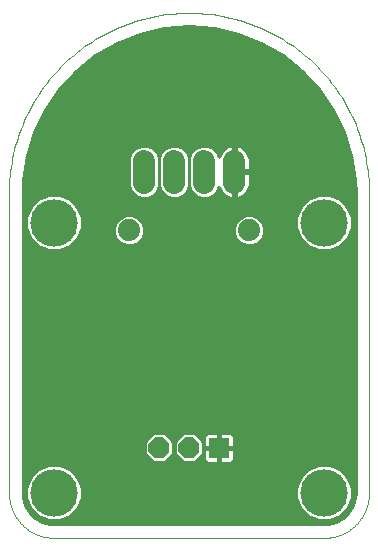
<source format=gbl>
G75*
%MOIN*%
%OFA0B0*%
%FSLAX25Y25*%
%IPPOS*%
%LPD*%
%AMOC8*
5,1,8,0,0,1.08239X$1,22.5*
%
%ADD10C,0.07400*%
%ADD11C,0.07400*%
%ADD12C,0.15811*%
%ADD13C,0.00000*%
%ADD14OC8,0.07000*%
%ADD15R,0.07000X0.07000*%
%ADD16C,0.01000*%
D10*
X0046500Y0122300D02*
X0046500Y0129700D01*
X0056500Y0129700D02*
X0056500Y0122300D01*
X0066500Y0122300D02*
X0066500Y0129700D01*
X0076500Y0129700D02*
X0076500Y0122300D01*
D11*
X0081500Y0106500D03*
X0041500Y0106500D03*
D12*
X0016500Y0109000D03*
X0016500Y0019000D03*
X0106500Y0019000D03*
X0106500Y0109000D03*
D13*
X0121500Y0119000D02*
X0121500Y0019000D01*
X0121496Y0018638D01*
X0121482Y0018275D01*
X0121461Y0017913D01*
X0121430Y0017552D01*
X0121391Y0017192D01*
X0121343Y0016833D01*
X0121286Y0016475D01*
X0121221Y0016118D01*
X0121147Y0015763D01*
X0121064Y0015410D01*
X0120973Y0015059D01*
X0120874Y0014711D01*
X0120766Y0014365D01*
X0120650Y0014021D01*
X0120525Y0013681D01*
X0120393Y0013344D01*
X0120252Y0013010D01*
X0120103Y0012679D01*
X0119946Y0012352D01*
X0119782Y0012029D01*
X0119610Y0011710D01*
X0119430Y0011396D01*
X0119242Y0011085D01*
X0119047Y0010780D01*
X0118845Y0010479D01*
X0118635Y0010183D01*
X0118419Y0009893D01*
X0118195Y0009607D01*
X0117965Y0009327D01*
X0117728Y0009053D01*
X0117484Y0008785D01*
X0117234Y0008522D01*
X0116978Y0008266D01*
X0116715Y0008016D01*
X0116447Y0007772D01*
X0116173Y0007535D01*
X0115893Y0007305D01*
X0115607Y0007081D01*
X0115317Y0006865D01*
X0115021Y0006655D01*
X0114720Y0006453D01*
X0114415Y0006258D01*
X0114104Y0006070D01*
X0113790Y0005890D01*
X0113471Y0005718D01*
X0113148Y0005554D01*
X0112821Y0005397D01*
X0112490Y0005248D01*
X0112156Y0005107D01*
X0111819Y0004975D01*
X0111479Y0004850D01*
X0111135Y0004734D01*
X0110789Y0004626D01*
X0110441Y0004527D01*
X0110090Y0004436D01*
X0109737Y0004353D01*
X0109382Y0004279D01*
X0109025Y0004214D01*
X0108667Y0004157D01*
X0108308Y0004109D01*
X0107948Y0004070D01*
X0107587Y0004039D01*
X0107225Y0004018D01*
X0106862Y0004004D01*
X0106500Y0004000D01*
X0016500Y0004000D01*
X0016138Y0004004D01*
X0015775Y0004018D01*
X0015413Y0004039D01*
X0015052Y0004070D01*
X0014692Y0004109D01*
X0014333Y0004157D01*
X0013975Y0004214D01*
X0013618Y0004279D01*
X0013263Y0004353D01*
X0012910Y0004436D01*
X0012559Y0004527D01*
X0012211Y0004626D01*
X0011865Y0004734D01*
X0011521Y0004850D01*
X0011181Y0004975D01*
X0010844Y0005107D01*
X0010510Y0005248D01*
X0010179Y0005397D01*
X0009852Y0005554D01*
X0009529Y0005718D01*
X0009210Y0005890D01*
X0008896Y0006070D01*
X0008585Y0006258D01*
X0008280Y0006453D01*
X0007979Y0006655D01*
X0007683Y0006865D01*
X0007393Y0007081D01*
X0007107Y0007305D01*
X0006827Y0007535D01*
X0006553Y0007772D01*
X0006285Y0008016D01*
X0006022Y0008266D01*
X0005766Y0008522D01*
X0005516Y0008785D01*
X0005272Y0009053D01*
X0005035Y0009327D01*
X0004805Y0009607D01*
X0004581Y0009893D01*
X0004365Y0010183D01*
X0004155Y0010479D01*
X0003953Y0010780D01*
X0003758Y0011085D01*
X0003570Y0011396D01*
X0003390Y0011710D01*
X0003218Y0012029D01*
X0003054Y0012352D01*
X0002897Y0012679D01*
X0002748Y0013010D01*
X0002607Y0013344D01*
X0002475Y0013681D01*
X0002350Y0014021D01*
X0002234Y0014365D01*
X0002126Y0014711D01*
X0002027Y0015059D01*
X0001936Y0015410D01*
X0001853Y0015763D01*
X0001779Y0016118D01*
X0001714Y0016475D01*
X0001657Y0016833D01*
X0001609Y0017192D01*
X0001570Y0017552D01*
X0001539Y0017913D01*
X0001518Y0018275D01*
X0001504Y0018638D01*
X0001500Y0019000D01*
X0001500Y0119000D01*
X0001518Y0120461D01*
X0001571Y0121921D01*
X0001660Y0123380D01*
X0001784Y0124836D01*
X0001944Y0126288D01*
X0002139Y0127736D01*
X0002370Y0129179D01*
X0002635Y0130616D01*
X0002935Y0132046D01*
X0003270Y0133468D01*
X0003640Y0134882D01*
X0004044Y0136286D01*
X0004482Y0137680D01*
X0004954Y0139063D01*
X0005459Y0140434D01*
X0005998Y0141792D01*
X0006569Y0143137D01*
X0007173Y0144467D01*
X0007809Y0145783D01*
X0008477Y0147082D01*
X0009177Y0148365D01*
X0009908Y0149630D01*
X0010669Y0150878D01*
X0011460Y0152106D01*
X0012281Y0153315D01*
X0013131Y0154503D01*
X0014010Y0155670D01*
X0014917Y0156816D01*
X0015852Y0157939D01*
X0016814Y0159039D01*
X0017802Y0160115D01*
X0018816Y0161167D01*
X0019856Y0162194D01*
X0020920Y0163195D01*
X0022008Y0164171D01*
X0023120Y0165119D01*
X0024254Y0166040D01*
X0025411Y0166933D01*
X0026588Y0167797D01*
X0027787Y0168633D01*
X0029006Y0169439D01*
X0030244Y0170216D01*
X0031500Y0170962D01*
X0032774Y0171677D01*
X0034065Y0172361D01*
X0035373Y0173013D01*
X0036696Y0173633D01*
X0038034Y0174221D01*
X0039385Y0174776D01*
X0040750Y0175298D01*
X0042127Y0175786D01*
X0043516Y0176241D01*
X0044915Y0176662D01*
X0046324Y0177049D01*
X0047742Y0177401D01*
X0049168Y0177719D01*
X0050602Y0178002D01*
X0052042Y0178250D01*
X0053487Y0178463D01*
X0054938Y0178640D01*
X0056392Y0178782D01*
X0057849Y0178889D01*
X0059309Y0178960D01*
X0060769Y0178996D01*
X0062231Y0178996D01*
X0063691Y0178960D01*
X0065151Y0178889D01*
X0066608Y0178782D01*
X0068062Y0178640D01*
X0069513Y0178463D01*
X0070958Y0178250D01*
X0072398Y0178002D01*
X0073832Y0177719D01*
X0075258Y0177401D01*
X0076676Y0177049D01*
X0078085Y0176662D01*
X0079484Y0176241D01*
X0080873Y0175786D01*
X0082250Y0175298D01*
X0083615Y0174776D01*
X0084966Y0174221D01*
X0086304Y0173633D01*
X0087627Y0173013D01*
X0088935Y0172361D01*
X0090226Y0171677D01*
X0091500Y0170962D01*
X0092756Y0170216D01*
X0093994Y0169439D01*
X0095213Y0168633D01*
X0096412Y0167797D01*
X0097589Y0166933D01*
X0098746Y0166040D01*
X0099880Y0165119D01*
X0100992Y0164171D01*
X0102080Y0163195D01*
X0103144Y0162194D01*
X0104184Y0161167D01*
X0105198Y0160115D01*
X0106186Y0159039D01*
X0107148Y0157939D01*
X0108083Y0156816D01*
X0108990Y0155670D01*
X0109869Y0154503D01*
X0110719Y0153315D01*
X0111540Y0152106D01*
X0112331Y0150878D01*
X0113092Y0149630D01*
X0113823Y0148365D01*
X0114523Y0147082D01*
X0115191Y0145783D01*
X0115827Y0144467D01*
X0116431Y0143137D01*
X0117002Y0141792D01*
X0117541Y0140434D01*
X0118046Y0139063D01*
X0118518Y0137680D01*
X0118956Y0136286D01*
X0119360Y0134882D01*
X0119730Y0133468D01*
X0120065Y0132046D01*
X0120365Y0130616D01*
X0120630Y0129179D01*
X0120861Y0127736D01*
X0121056Y0126288D01*
X0121216Y0124836D01*
X0121340Y0123380D01*
X0121429Y0121921D01*
X0121482Y0120461D01*
X0121500Y0119000D01*
D14*
X0061500Y0034000D03*
X0051500Y0034000D03*
D15*
X0071500Y0034000D03*
D16*
X0010108Y0010670D02*
X0008170Y0012608D01*
X0006799Y0014982D01*
X0006090Y0017629D01*
X0006000Y0019000D01*
X0006000Y0119000D01*
X0006155Y0123148D01*
X0007391Y0131350D01*
X0009836Y0139276D01*
X0013436Y0146750D01*
X0018108Y0153604D01*
X0023750Y0159684D01*
X0030236Y0164856D01*
X0037419Y0169004D01*
X0045141Y0172034D01*
X0053228Y0173880D01*
X0061500Y0174500D01*
X0069772Y0173880D01*
X0077859Y0172034D01*
X0085581Y0169004D01*
X0092764Y0164856D01*
X0099250Y0159684D01*
X0104892Y0153604D01*
X0109564Y0146750D01*
X0113163Y0139276D01*
X0115609Y0131350D01*
X0116845Y0123148D01*
X0117000Y0119000D01*
X0117000Y0019000D01*
X0116910Y0017629D01*
X0116201Y0014982D01*
X0114830Y0012608D01*
X0112892Y0010670D01*
X0110518Y0009299D01*
X0107871Y0008590D01*
X0106500Y0008500D01*
X0016500Y0008500D01*
X0015129Y0008590D01*
X0012482Y0009299D01*
X0010108Y0010670D01*
X0009788Y0010990D02*
X0011784Y0010990D01*
X0011285Y0011196D02*
X0014669Y0009794D01*
X0018331Y0009794D01*
X0021714Y0011196D01*
X0024304Y0013785D01*
X0025705Y0017169D01*
X0025705Y0020831D01*
X0024304Y0024214D01*
X0021714Y0026804D01*
X0018331Y0028205D01*
X0014669Y0028205D01*
X0011285Y0026804D01*
X0008696Y0024214D01*
X0007294Y0020831D01*
X0007294Y0017169D01*
X0008696Y0013785D01*
X0011285Y0011196D01*
X0010493Y0011988D02*
X0008790Y0011988D01*
X0009495Y0012987D02*
X0007951Y0012987D01*
X0007375Y0013985D02*
X0008613Y0013985D01*
X0008200Y0014984D02*
X0006799Y0014984D01*
X0006531Y0015982D02*
X0007786Y0015982D01*
X0007372Y0016981D02*
X0006264Y0016981D01*
X0006067Y0017979D02*
X0007294Y0017979D01*
X0007294Y0018978D02*
X0006001Y0018978D01*
X0006000Y0019976D02*
X0007294Y0019976D01*
X0007354Y0020975D02*
X0006000Y0020975D01*
X0006000Y0021973D02*
X0007768Y0021973D01*
X0008181Y0022972D02*
X0006000Y0022972D01*
X0006000Y0023970D02*
X0008595Y0023970D01*
X0009450Y0024969D02*
X0006000Y0024969D01*
X0006000Y0025967D02*
X0010449Y0025967D01*
X0011676Y0026966D02*
X0006000Y0026966D01*
X0006000Y0027964D02*
X0014087Y0027964D01*
X0018913Y0027964D02*
X0104087Y0027964D01*
X0104669Y0028205D02*
X0101285Y0026804D01*
X0098696Y0024214D01*
X0097294Y0020831D01*
X0097294Y0017169D01*
X0098696Y0013785D01*
X0101285Y0011196D01*
X0104669Y0009794D01*
X0108331Y0009794D01*
X0111714Y0011196D01*
X0114304Y0013785D01*
X0115705Y0017169D01*
X0115705Y0020831D01*
X0114304Y0024214D01*
X0111714Y0026804D01*
X0108331Y0028205D01*
X0104669Y0028205D01*
X0101676Y0026966D02*
X0021324Y0026966D01*
X0022551Y0025967D02*
X0100449Y0025967D01*
X0099450Y0024969D02*
X0023550Y0024969D01*
X0024405Y0023970D02*
X0098595Y0023970D01*
X0098181Y0022972D02*
X0024819Y0022972D01*
X0025232Y0021973D02*
X0097768Y0021973D01*
X0097354Y0020975D02*
X0025646Y0020975D01*
X0025705Y0019976D02*
X0097294Y0019976D01*
X0097294Y0018978D02*
X0025705Y0018978D01*
X0025705Y0017979D02*
X0097294Y0017979D01*
X0097372Y0016981D02*
X0025628Y0016981D01*
X0025214Y0015982D02*
X0097786Y0015982D01*
X0098200Y0014984D02*
X0024800Y0014984D01*
X0024387Y0013985D02*
X0098613Y0013985D01*
X0099495Y0012987D02*
X0023505Y0012987D01*
X0022507Y0011988D02*
X0100493Y0011988D01*
X0101784Y0010990D02*
X0021216Y0010990D01*
X0018806Y0009991D02*
X0104194Y0009991D01*
X0108806Y0009991D02*
X0111716Y0009991D01*
X0111216Y0010990D02*
X0113212Y0010990D01*
X0112507Y0011988D02*
X0114210Y0011988D01*
X0113505Y0012987D02*
X0115049Y0012987D01*
X0115625Y0013985D02*
X0114387Y0013985D01*
X0114800Y0014984D02*
X0116201Y0014984D01*
X0116469Y0015982D02*
X0115214Y0015982D01*
X0115628Y0016981D02*
X0116736Y0016981D01*
X0116933Y0017979D02*
X0115705Y0017979D01*
X0115705Y0018978D02*
X0116999Y0018978D01*
X0117000Y0019976D02*
X0115705Y0019976D01*
X0115646Y0020975D02*
X0117000Y0020975D01*
X0117000Y0021973D02*
X0115232Y0021973D01*
X0114819Y0022972D02*
X0117000Y0022972D01*
X0117000Y0023970D02*
X0114405Y0023970D01*
X0113550Y0024969D02*
X0117000Y0024969D01*
X0117000Y0025967D02*
X0112551Y0025967D01*
X0111324Y0026966D02*
X0117000Y0026966D01*
X0117000Y0027964D02*
X0108913Y0027964D01*
X0117000Y0028963D02*
X0006000Y0028963D01*
X0006000Y0029961D02*
X0048750Y0029961D01*
X0049512Y0029200D02*
X0053488Y0029200D01*
X0056300Y0032012D01*
X0056300Y0035988D01*
X0053488Y0038800D01*
X0049512Y0038800D01*
X0046700Y0035988D01*
X0046700Y0032012D01*
X0049512Y0029200D01*
X0047752Y0030960D02*
X0006000Y0030960D01*
X0006000Y0031958D02*
X0046753Y0031958D01*
X0046700Y0032957D02*
X0006000Y0032957D01*
X0006000Y0033955D02*
X0046700Y0033955D01*
X0046700Y0034954D02*
X0006000Y0034954D01*
X0006000Y0035952D02*
X0046700Y0035952D01*
X0047663Y0036951D02*
X0006000Y0036951D01*
X0006000Y0037949D02*
X0048661Y0037949D01*
X0054339Y0037949D02*
X0058661Y0037949D01*
X0059512Y0038800D02*
X0056700Y0035988D01*
X0056700Y0032012D01*
X0059512Y0029200D01*
X0063488Y0029200D01*
X0066300Y0032012D01*
X0066300Y0035988D01*
X0063488Y0038800D01*
X0059512Y0038800D01*
X0057663Y0036951D02*
X0055337Y0036951D01*
X0056300Y0035952D02*
X0056700Y0035952D01*
X0056700Y0034954D02*
X0056300Y0034954D01*
X0056300Y0033955D02*
X0056700Y0033955D01*
X0056700Y0032957D02*
X0056300Y0032957D01*
X0056247Y0031958D02*
X0056753Y0031958D01*
X0057752Y0030960D02*
X0055248Y0030960D01*
X0054250Y0029961D02*
X0058750Y0029961D01*
X0064250Y0029961D02*
X0066591Y0029961D01*
X0066602Y0029921D02*
X0066800Y0029579D01*
X0067079Y0029300D01*
X0067421Y0029102D01*
X0067803Y0029000D01*
X0071114Y0029000D01*
X0071114Y0033614D01*
X0071886Y0033614D01*
X0071886Y0034386D01*
X0076500Y0034386D01*
X0076500Y0037697D01*
X0076398Y0038079D01*
X0076200Y0038421D01*
X0075921Y0038700D01*
X0075579Y0038898D01*
X0075197Y0039000D01*
X0071886Y0039000D01*
X0071886Y0034386D01*
X0071114Y0034386D01*
X0071114Y0039000D01*
X0067803Y0039000D01*
X0067421Y0038898D01*
X0067079Y0038700D01*
X0066800Y0038421D01*
X0066602Y0038079D01*
X0066500Y0037697D01*
X0066500Y0034386D01*
X0071114Y0034386D01*
X0071114Y0033614D01*
X0066500Y0033614D01*
X0066500Y0030303D01*
X0066602Y0029921D01*
X0066500Y0030960D02*
X0065248Y0030960D01*
X0066247Y0031958D02*
X0066500Y0031958D01*
X0066500Y0032957D02*
X0066300Y0032957D01*
X0066300Y0033955D02*
X0071114Y0033955D01*
X0071886Y0033955D02*
X0117000Y0033955D01*
X0117000Y0032957D02*
X0076500Y0032957D01*
X0076500Y0033614D02*
X0071886Y0033614D01*
X0071886Y0029000D01*
X0075197Y0029000D01*
X0075579Y0029102D01*
X0075921Y0029300D01*
X0076200Y0029579D01*
X0076398Y0029921D01*
X0076500Y0030303D01*
X0076500Y0033614D01*
X0076500Y0034954D02*
X0117000Y0034954D01*
X0117000Y0035952D02*
X0076500Y0035952D01*
X0076500Y0036951D02*
X0117000Y0036951D01*
X0117000Y0037949D02*
X0076432Y0037949D01*
X0075392Y0038948D02*
X0117000Y0038948D01*
X0117000Y0039946D02*
X0006000Y0039946D01*
X0006000Y0038948D02*
X0067608Y0038948D01*
X0066568Y0037949D02*
X0064339Y0037949D01*
X0065337Y0036951D02*
X0066500Y0036951D01*
X0066500Y0035952D02*
X0066300Y0035952D01*
X0066300Y0034954D02*
X0066500Y0034954D01*
X0071114Y0034954D02*
X0071886Y0034954D01*
X0071886Y0035952D02*
X0071114Y0035952D01*
X0071114Y0036951D02*
X0071886Y0036951D01*
X0071886Y0037949D02*
X0071114Y0037949D01*
X0071114Y0038948D02*
X0071886Y0038948D01*
X0071886Y0032957D02*
X0071114Y0032957D01*
X0071114Y0031958D02*
X0071886Y0031958D01*
X0071886Y0030960D02*
X0071114Y0030960D01*
X0071114Y0029961D02*
X0071886Y0029961D01*
X0076409Y0029961D02*
X0117000Y0029961D01*
X0117000Y0030960D02*
X0076500Y0030960D01*
X0076500Y0031958D02*
X0117000Y0031958D01*
X0117000Y0040945D02*
X0006000Y0040945D01*
X0006000Y0041943D02*
X0117000Y0041943D01*
X0117000Y0042942D02*
X0006000Y0042942D01*
X0006000Y0043940D02*
X0117000Y0043940D01*
X0117000Y0044939D02*
X0006000Y0044939D01*
X0006000Y0045937D02*
X0117000Y0045937D01*
X0117000Y0046936D02*
X0006000Y0046936D01*
X0006000Y0047934D02*
X0117000Y0047934D01*
X0117000Y0048933D02*
X0006000Y0048933D01*
X0006000Y0049932D02*
X0117000Y0049932D01*
X0117000Y0050930D02*
X0006000Y0050930D01*
X0006000Y0051929D02*
X0117000Y0051929D01*
X0117000Y0052927D02*
X0006000Y0052927D01*
X0006000Y0053926D02*
X0117000Y0053926D01*
X0117000Y0054924D02*
X0006000Y0054924D01*
X0006000Y0055923D02*
X0117000Y0055923D01*
X0117000Y0056921D02*
X0006000Y0056921D01*
X0006000Y0057920D02*
X0117000Y0057920D01*
X0117000Y0058918D02*
X0006000Y0058918D01*
X0006000Y0059917D02*
X0117000Y0059917D01*
X0117000Y0060915D02*
X0006000Y0060915D01*
X0006000Y0061914D02*
X0117000Y0061914D01*
X0117000Y0062912D02*
X0006000Y0062912D01*
X0006000Y0063911D02*
X0117000Y0063911D01*
X0117000Y0064909D02*
X0006000Y0064909D01*
X0006000Y0065908D02*
X0117000Y0065908D01*
X0117000Y0066906D02*
X0006000Y0066906D01*
X0006000Y0067905D02*
X0117000Y0067905D01*
X0117000Y0068903D02*
X0006000Y0068903D01*
X0006000Y0069902D02*
X0117000Y0069902D01*
X0117000Y0070900D02*
X0006000Y0070900D01*
X0006000Y0071899D02*
X0117000Y0071899D01*
X0117000Y0072897D02*
X0006000Y0072897D01*
X0006000Y0073896D02*
X0117000Y0073896D01*
X0117000Y0074894D02*
X0006000Y0074894D01*
X0006000Y0075893D02*
X0117000Y0075893D01*
X0117000Y0076891D02*
X0006000Y0076891D01*
X0006000Y0077890D02*
X0117000Y0077890D01*
X0117000Y0078888D02*
X0006000Y0078888D01*
X0006000Y0079887D02*
X0117000Y0079887D01*
X0117000Y0080885D02*
X0006000Y0080885D01*
X0006000Y0081884D02*
X0117000Y0081884D01*
X0117000Y0082882D02*
X0006000Y0082882D01*
X0006000Y0083881D02*
X0117000Y0083881D01*
X0117000Y0084879D02*
X0006000Y0084879D01*
X0006000Y0085878D02*
X0117000Y0085878D01*
X0117000Y0086876D02*
X0006000Y0086876D01*
X0006000Y0087875D02*
X0117000Y0087875D01*
X0117000Y0088873D02*
X0006000Y0088873D01*
X0006000Y0089872D02*
X0117000Y0089872D01*
X0117000Y0090870D02*
X0006000Y0090870D01*
X0006000Y0091869D02*
X0117000Y0091869D01*
X0117000Y0092868D02*
X0006000Y0092868D01*
X0006000Y0093866D02*
X0117000Y0093866D01*
X0117000Y0094865D02*
X0006000Y0094865D01*
X0006000Y0095863D02*
X0117000Y0095863D01*
X0117000Y0096862D02*
X0006000Y0096862D01*
X0006000Y0097860D02*
X0117000Y0097860D01*
X0117000Y0098859D02*
X0006000Y0098859D01*
X0006000Y0099857D02*
X0014518Y0099857D01*
X0014669Y0099794D02*
X0018331Y0099794D01*
X0021714Y0101196D01*
X0024304Y0103785D01*
X0025705Y0107169D01*
X0025705Y0110831D01*
X0024304Y0114214D01*
X0021714Y0116804D01*
X0018331Y0118205D01*
X0014669Y0118205D01*
X0011285Y0116804D01*
X0008696Y0114214D01*
X0007294Y0110831D01*
X0007294Y0107169D01*
X0008696Y0103785D01*
X0011285Y0101196D01*
X0014669Y0099794D01*
X0012107Y0100856D02*
X0006000Y0100856D01*
X0006000Y0101854D02*
X0010627Y0101854D01*
X0009629Y0102853D02*
X0006000Y0102853D01*
X0006000Y0103851D02*
X0008669Y0103851D01*
X0008255Y0104850D02*
X0006000Y0104850D01*
X0006000Y0105848D02*
X0007842Y0105848D01*
X0007428Y0106847D02*
X0006000Y0106847D01*
X0006000Y0107845D02*
X0007294Y0107845D01*
X0007294Y0108844D02*
X0006000Y0108844D01*
X0006000Y0109842D02*
X0007294Y0109842D01*
X0007298Y0110841D02*
X0006000Y0110841D01*
X0006000Y0111839D02*
X0007712Y0111839D01*
X0008126Y0112838D02*
X0006000Y0112838D01*
X0006000Y0113836D02*
X0008539Y0113836D01*
X0009316Y0114835D02*
X0006000Y0114835D01*
X0006000Y0115833D02*
X0010315Y0115833D01*
X0011352Y0116832D02*
X0006000Y0116832D01*
X0006000Y0117830D02*
X0013763Y0117830D01*
X0019237Y0117830D02*
X0044225Y0117830D01*
X0043668Y0118061D02*
X0045505Y0117300D01*
X0047495Y0117300D01*
X0049332Y0118061D01*
X0050739Y0119468D01*
X0051500Y0121305D01*
X0051500Y0130695D01*
X0050739Y0132532D01*
X0049332Y0133939D01*
X0047495Y0134700D01*
X0045505Y0134700D01*
X0043668Y0133939D01*
X0042261Y0132532D01*
X0041500Y0130695D01*
X0041500Y0121305D01*
X0042261Y0119468D01*
X0043668Y0118061D01*
X0042900Y0118829D02*
X0006000Y0118829D01*
X0006031Y0119827D02*
X0042112Y0119827D01*
X0041699Y0120826D02*
X0006068Y0120826D01*
X0006106Y0121824D02*
X0041500Y0121824D01*
X0041500Y0122823D02*
X0006143Y0122823D01*
X0006257Y0123821D02*
X0041500Y0123821D01*
X0041500Y0124820D02*
X0006407Y0124820D01*
X0006558Y0125818D02*
X0041500Y0125818D01*
X0041500Y0126817D02*
X0006708Y0126817D01*
X0006859Y0127815D02*
X0041500Y0127815D01*
X0041500Y0128814D02*
X0007009Y0128814D01*
X0007160Y0129812D02*
X0041500Y0129812D01*
X0041548Y0130811D02*
X0007310Y0130811D01*
X0007533Y0131809D02*
X0041962Y0131809D01*
X0042537Y0132808D02*
X0007841Y0132808D01*
X0008149Y0133806D02*
X0043535Y0133806D01*
X0049465Y0133806D02*
X0053535Y0133806D01*
X0053668Y0133939D02*
X0052261Y0132532D01*
X0051500Y0130695D01*
X0051500Y0121305D01*
X0052261Y0119468D01*
X0053668Y0118061D01*
X0055505Y0117300D01*
X0057495Y0117300D01*
X0059332Y0118061D01*
X0060739Y0119468D01*
X0061500Y0121305D01*
X0061500Y0130695D01*
X0060739Y0132532D01*
X0059332Y0133939D01*
X0057495Y0134700D01*
X0055505Y0134700D01*
X0053668Y0133939D01*
X0052537Y0132808D02*
X0050463Y0132808D01*
X0051038Y0131809D02*
X0051962Y0131809D01*
X0051548Y0130811D02*
X0051452Y0130811D01*
X0051500Y0129812D02*
X0051500Y0129812D01*
X0051500Y0128814D02*
X0051500Y0128814D01*
X0051500Y0127815D02*
X0051500Y0127815D01*
X0051500Y0126817D02*
X0051500Y0126817D01*
X0051500Y0125818D02*
X0051500Y0125818D01*
X0051500Y0124820D02*
X0051500Y0124820D01*
X0051500Y0123821D02*
X0051500Y0123821D01*
X0051500Y0122823D02*
X0051500Y0122823D01*
X0051500Y0121824D02*
X0051500Y0121824D01*
X0051301Y0120826D02*
X0051699Y0120826D01*
X0052112Y0119827D02*
X0050888Y0119827D01*
X0050100Y0118829D02*
X0052900Y0118829D01*
X0054225Y0117830D02*
X0048775Y0117830D01*
X0044332Y0110739D02*
X0042495Y0111500D01*
X0040505Y0111500D01*
X0038668Y0110739D01*
X0037261Y0109332D01*
X0036500Y0107495D01*
X0036500Y0105505D01*
X0037261Y0103668D01*
X0038668Y0102261D01*
X0040505Y0101500D01*
X0042495Y0101500D01*
X0044332Y0102261D01*
X0045739Y0103668D01*
X0046500Y0105505D01*
X0046500Y0107495D01*
X0045739Y0109332D01*
X0044332Y0110739D01*
X0044086Y0110841D02*
X0078914Y0110841D01*
X0078668Y0110739D02*
X0077261Y0109332D01*
X0076500Y0107495D01*
X0076500Y0105505D01*
X0077261Y0103668D01*
X0078668Y0102261D01*
X0080505Y0101500D01*
X0082495Y0101500D01*
X0084332Y0102261D01*
X0085739Y0103668D01*
X0086500Y0105505D01*
X0086500Y0107495D01*
X0085739Y0109332D01*
X0084332Y0110739D01*
X0082495Y0111500D01*
X0080505Y0111500D01*
X0078668Y0110739D01*
X0077771Y0109842D02*
X0045229Y0109842D01*
X0045941Y0108844D02*
X0077059Y0108844D01*
X0076645Y0107845D02*
X0046355Y0107845D01*
X0046500Y0106847D02*
X0076500Y0106847D01*
X0076500Y0105848D02*
X0046500Y0105848D01*
X0046228Y0104850D02*
X0076772Y0104850D01*
X0077185Y0103851D02*
X0045815Y0103851D01*
X0044924Y0102853D02*
X0078076Y0102853D01*
X0079651Y0101854D02*
X0043349Y0101854D01*
X0039651Y0101854D02*
X0022373Y0101854D01*
X0023371Y0102853D02*
X0038076Y0102853D01*
X0037185Y0103851D02*
X0024331Y0103851D01*
X0024745Y0104850D02*
X0036772Y0104850D01*
X0036500Y0105848D02*
X0025158Y0105848D01*
X0025572Y0106847D02*
X0036500Y0106847D01*
X0036645Y0107845D02*
X0025705Y0107845D01*
X0025705Y0108844D02*
X0037059Y0108844D01*
X0037771Y0109842D02*
X0025705Y0109842D01*
X0025702Y0110841D02*
X0038914Y0110841D01*
X0025288Y0111839D02*
X0097712Y0111839D01*
X0097298Y0110841D02*
X0084086Y0110841D01*
X0085229Y0109842D02*
X0097294Y0109842D01*
X0097294Y0110831D02*
X0097294Y0107169D01*
X0098696Y0103785D01*
X0101285Y0101196D01*
X0104669Y0099794D01*
X0108331Y0099794D01*
X0111714Y0101196D01*
X0114304Y0103785D01*
X0115705Y0107169D01*
X0115705Y0110831D01*
X0114304Y0114214D01*
X0111714Y0116804D01*
X0108331Y0118205D01*
X0104669Y0118205D01*
X0101285Y0116804D01*
X0098696Y0114214D01*
X0097294Y0110831D01*
X0097294Y0108844D02*
X0085941Y0108844D01*
X0086355Y0107845D02*
X0097294Y0107845D01*
X0097428Y0106847D02*
X0086500Y0106847D01*
X0086500Y0105848D02*
X0097842Y0105848D01*
X0098255Y0104850D02*
X0086228Y0104850D01*
X0085815Y0103851D02*
X0098669Y0103851D01*
X0099629Y0102853D02*
X0084924Y0102853D01*
X0083349Y0101854D02*
X0100627Y0101854D01*
X0102107Y0100856D02*
X0020893Y0100856D01*
X0018482Y0099857D02*
X0104518Y0099857D01*
X0108482Y0099857D02*
X0117000Y0099857D01*
X0117000Y0100856D02*
X0110893Y0100856D01*
X0112373Y0101854D02*
X0117000Y0101854D01*
X0117000Y0102853D02*
X0113371Y0102853D01*
X0114331Y0103851D02*
X0117000Y0103851D01*
X0117000Y0104850D02*
X0114745Y0104850D01*
X0115158Y0105848D02*
X0117000Y0105848D01*
X0117000Y0106847D02*
X0115572Y0106847D01*
X0115705Y0107845D02*
X0117000Y0107845D01*
X0117000Y0108844D02*
X0115705Y0108844D01*
X0115705Y0109842D02*
X0117000Y0109842D01*
X0117000Y0110841D02*
X0115702Y0110841D01*
X0115288Y0111839D02*
X0117000Y0111839D01*
X0117000Y0112838D02*
X0114874Y0112838D01*
X0114461Y0113836D02*
X0117000Y0113836D01*
X0117000Y0114835D02*
X0113684Y0114835D01*
X0112685Y0115833D02*
X0117000Y0115833D01*
X0117000Y0116832D02*
X0111648Y0116832D01*
X0109237Y0117830D02*
X0117000Y0117830D01*
X0117000Y0118829D02*
X0080383Y0118829D01*
X0080466Y0118912D02*
X0080947Y0119575D01*
X0081319Y0120304D01*
X0081572Y0121082D01*
X0081700Y0121891D01*
X0081700Y0125500D01*
X0077000Y0125500D01*
X0077000Y0126500D01*
X0081700Y0126500D01*
X0081700Y0130109D01*
X0081572Y0130918D01*
X0081319Y0131696D01*
X0080947Y0132425D01*
X0080466Y0133088D01*
X0079888Y0133666D01*
X0079225Y0134147D01*
X0078496Y0134519D01*
X0077718Y0134772D01*
X0077000Y0134886D01*
X0077000Y0126500D01*
X0076000Y0126500D01*
X0076000Y0134886D01*
X0075282Y0134772D01*
X0074504Y0134519D01*
X0073775Y0134147D01*
X0073112Y0133666D01*
X0072534Y0133088D01*
X0072053Y0132425D01*
X0071681Y0131696D01*
X0071428Y0130918D01*
X0071422Y0130882D01*
X0070739Y0132532D01*
X0069332Y0133939D01*
X0067495Y0134700D01*
X0065505Y0134700D01*
X0063668Y0133939D01*
X0062261Y0132532D01*
X0061500Y0130695D01*
X0061500Y0121305D01*
X0062261Y0119468D01*
X0063668Y0118061D01*
X0065505Y0117300D01*
X0067495Y0117300D01*
X0069332Y0118061D01*
X0070739Y0119468D01*
X0071422Y0121118D01*
X0071428Y0121082D01*
X0071681Y0120304D01*
X0072053Y0119575D01*
X0072534Y0118912D01*
X0073112Y0118334D01*
X0073775Y0117853D01*
X0074504Y0117481D01*
X0075282Y0117228D01*
X0076000Y0117114D01*
X0076000Y0125500D01*
X0077000Y0125500D01*
X0077000Y0117114D01*
X0077718Y0117228D01*
X0078496Y0117481D01*
X0079225Y0117853D01*
X0079888Y0118334D01*
X0080466Y0118912D01*
X0081076Y0119827D02*
X0116969Y0119827D01*
X0116932Y0120826D02*
X0081489Y0120826D01*
X0081689Y0121824D02*
X0116894Y0121824D01*
X0116857Y0122823D02*
X0081700Y0122823D01*
X0081700Y0123821D02*
X0116743Y0123821D01*
X0116593Y0124820D02*
X0081700Y0124820D01*
X0081700Y0126817D02*
X0116292Y0126817D01*
X0116141Y0127815D02*
X0081700Y0127815D01*
X0081700Y0128814D02*
X0115991Y0128814D01*
X0115840Y0129812D02*
X0081700Y0129812D01*
X0081589Y0130811D02*
X0115690Y0130811D01*
X0115467Y0131809D02*
X0081261Y0131809D01*
X0080669Y0132808D02*
X0115159Y0132808D01*
X0114851Y0133806D02*
X0079695Y0133806D01*
X0077509Y0134805D02*
X0114543Y0134805D01*
X0114235Y0135803D02*
X0008765Y0135803D01*
X0008457Y0134805D02*
X0075491Y0134805D01*
X0076000Y0134805D02*
X0077000Y0134805D01*
X0077000Y0133806D02*
X0076000Y0133806D01*
X0076000Y0132808D02*
X0077000Y0132808D01*
X0077000Y0131809D02*
X0076000Y0131809D01*
X0076000Y0130811D02*
X0077000Y0130811D01*
X0077000Y0129812D02*
X0076000Y0129812D01*
X0076000Y0128814D02*
X0077000Y0128814D01*
X0077000Y0127815D02*
X0076000Y0127815D01*
X0076000Y0126817D02*
X0077000Y0126817D01*
X0077000Y0125818D02*
X0116442Y0125818D01*
X0113927Y0136802D02*
X0009073Y0136802D01*
X0009381Y0137801D02*
X0113619Y0137801D01*
X0113311Y0138799D02*
X0009689Y0138799D01*
X0010087Y0139798D02*
X0112913Y0139798D01*
X0112432Y0140796D02*
X0010568Y0140796D01*
X0011049Y0141795D02*
X0111951Y0141795D01*
X0111470Y0142793D02*
X0011530Y0142793D01*
X0012011Y0143792D02*
X0110989Y0143792D01*
X0110508Y0144790D02*
X0012492Y0144790D01*
X0012973Y0145789D02*
X0110027Y0145789D01*
X0109539Y0146787D02*
X0013461Y0146787D01*
X0014142Y0147786D02*
X0108858Y0147786D01*
X0108178Y0148784D02*
X0014822Y0148784D01*
X0015503Y0149783D02*
X0107497Y0149783D01*
X0106816Y0150781D02*
X0016184Y0150781D01*
X0016865Y0151780D02*
X0106135Y0151780D01*
X0105454Y0152778D02*
X0017546Y0152778D01*
X0018269Y0153777D02*
X0104731Y0153777D01*
X0103805Y0154775D02*
X0019195Y0154775D01*
X0020122Y0155774D02*
X0102878Y0155774D01*
X0101952Y0156772D02*
X0021048Y0156772D01*
X0021975Y0157771D02*
X0101025Y0157771D01*
X0100099Y0158769D02*
X0022901Y0158769D01*
X0023855Y0159768D02*
X0099145Y0159768D01*
X0097893Y0160766D02*
X0025107Y0160766D01*
X0026359Y0161765D02*
X0096641Y0161765D01*
X0095389Y0162763D02*
X0027611Y0162763D01*
X0028863Y0163762D02*
X0094137Y0163762D01*
X0092885Y0164760D02*
X0030115Y0164760D01*
X0031799Y0165759D02*
X0091201Y0165759D01*
X0089471Y0166757D02*
X0033529Y0166757D01*
X0035258Y0167756D02*
X0087742Y0167756D01*
X0086013Y0168754D02*
X0036987Y0168754D01*
X0039328Y0169753D02*
X0083672Y0169753D01*
X0081128Y0170751D02*
X0041872Y0170751D01*
X0044416Y0171750D02*
X0078584Y0171750D01*
X0074730Y0172748D02*
X0048270Y0172748D01*
X0052645Y0173747D02*
X0070355Y0173747D01*
X0069465Y0133806D02*
X0073305Y0133806D01*
X0072331Y0132808D02*
X0070463Y0132808D01*
X0071038Y0131809D02*
X0071739Y0131809D01*
X0076000Y0124820D02*
X0077000Y0124820D01*
X0077000Y0123821D02*
X0076000Y0123821D01*
X0076000Y0122823D02*
X0077000Y0122823D01*
X0077000Y0121824D02*
X0076000Y0121824D01*
X0076000Y0120826D02*
X0077000Y0120826D01*
X0077000Y0119827D02*
X0076000Y0119827D01*
X0076000Y0118829D02*
X0077000Y0118829D01*
X0077000Y0117830D02*
X0076000Y0117830D01*
X0073818Y0117830D02*
X0068775Y0117830D01*
X0070100Y0118829D02*
X0072617Y0118829D01*
X0071924Y0119827D02*
X0070888Y0119827D01*
X0071301Y0120826D02*
X0071511Y0120826D01*
X0064225Y0117830D02*
X0058775Y0117830D01*
X0060100Y0118829D02*
X0062900Y0118829D01*
X0062112Y0119827D02*
X0060888Y0119827D01*
X0061301Y0120826D02*
X0061699Y0120826D01*
X0061500Y0121824D02*
X0061500Y0121824D01*
X0061500Y0122823D02*
X0061500Y0122823D01*
X0061500Y0123821D02*
X0061500Y0123821D01*
X0061500Y0124820D02*
X0061500Y0124820D01*
X0061500Y0125818D02*
X0061500Y0125818D01*
X0061500Y0126817D02*
X0061500Y0126817D01*
X0061500Y0127815D02*
X0061500Y0127815D01*
X0061500Y0128814D02*
X0061500Y0128814D01*
X0061500Y0129812D02*
X0061500Y0129812D01*
X0061452Y0130811D02*
X0061548Y0130811D01*
X0061962Y0131809D02*
X0061038Y0131809D01*
X0060463Y0132808D02*
X0062537Y0132808D01*
X0063535Y0133806D02*
X0059465Y0133806D01*
X0079182Y0117830D02*
X0103763Y0117830D01*
X0101352Y0116832D02*
X0021648Y0116832D01*
X0022685Y0115833D02*
X0100315Y0115833D01*
X0099316Y0114835D02*
X0023684Y0114835D01*
X0024461Y0113836D02*
X0098539Y0113836D01*
X0098126Y0112838D02*
X0024874Y0112838D01*
X0014194Y0009991D02*
X0011284Y0009991D01*
X0013626Y0008993D02*
X0109374Y0008993D01*
M02*

</source>
